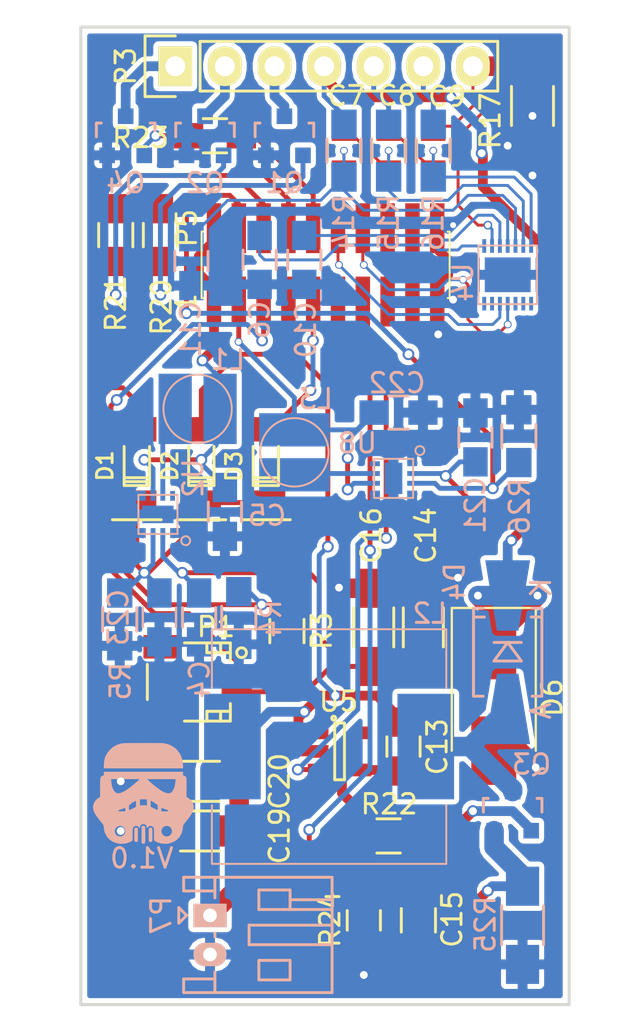
<source format=kicad_pcb>
(kicad_pcb (version 4) (host pcbnew 4.0.4-stable)
  (layers (0 F.Cu signal) (31 B.Cu signal) (34 B.Paste user) (35 F.Paste user) (36 B.SilkS user) (37 F.SilkS user) (38 B.Mask user) (39 F.Mask user) (44 Edge.Cuts user))
  (net 0 "")
  (net 1 VBAT3)
  (net 2 GND)
  (net 3 +3V3)
  (net 4 "Net-(C6-Pad1)")
  (net 5 "Net-(C11-Pad1)")
  (net 6 "Net-(C7-Pad2)")
  (net 7 "Net-(C8-Pad2)")
  (net 8 VBAT0)
  (net 9 "Net-(C10-Pad1)")
  (net 10 USB_5V_B)
  (net 11 CHG_CUR_B)
  (net 12 +5V)
  (net 13 BTN_B)
  (net 14 PWR_LATCH_B)
  (net 15 "Net-(D4-Pad2)")
  (net 16 "Net-(L1-Pad1)")
  (net 17 "Net-(L3-Pad1)")
  (net 18 LED_B)
  (net 19 LED_G)
  (net 20 LED_R)
  (net 21 VBAT2)
  (net 22 VBAT1)
  (net 23 AUDIO_EN_B)
  (net 24 LED_PWM_R_B)
  (net 25 LED_PWM_G_B)
  (net 26 LED_PWM_B_B)
  (net 27 I2C1_SDA_B)
  (net 28 CHG_PWM_B)
  (net 29 I2C1_SCL_B)
  (net 30 "Net-(P5-Pad15)")
  (net 31 "Net-(P5-Pad16)")
  (net 32 "Net-(P5-Pad17)")
  (net 33 "Net-(P5-Pad18)")
  (net 34 "Net-(Q1-Pad1)")
  (net 35 "Net-(Q2-Pad1)")
  (net 36 "Net-(Q3-Pad1)")
  (net 37 "Net-(Q3-Pad2)")
  (net 38 "Net-(Q4-Pad1)")
  (net 39 "Net-(R22-Pad2)")
  (net 40 "Net-(U2-Pad8)")
  (net 41 "Net-(U4-Pad8)")
  (net 42 "Net-(U4-Pad9)")
  (net 43 "Net-(U4-Pad10)")
  (net 44 "Net-(U4-Pad13)")
  (net 45 "Net-(U4-Pad14)")
  (net 46 "Net-(U8-Pad8)")
  (net 47 "Net-(C23-Pad1)")
  (net 48 BTN_RAW)
  (net 49 "Net-(U5-Pad1)")
  (module kicad2:WSON8 (layer B.Cu) (at 81.915 57.4675 90)
    (fp_text reference U2 (at 1.8542 1.8034 90) (layer B.SilkS) (effects (justify mirror)))
    (fp_text value TPS62172)
    (pad 9 smd rect (at 0 0 90) (size 0.9 1.6) (layers B.Cu B.Paste B.Mask) (net 2 GND))
    (pad 1 smd rect (at -0.95 0.75 90) (size 0.5 0.25) (layers B.Cu B.Paste B.Mask) (net 2 GND))
    (pad 2 smd rect (at -0.95 0.25 90) (size 0.5 0.25) (layers B.Cu B.Paste B.Mask) (net 1 VBAT3))
    (pad 3 smd rect (at -0.95 -0.25 90) (size 0.5 0.25) (layers B.Cu B.Paste B.Mask) (net 47 "Net-(C23-Pad1)"))
    (pad 4 smd rect (at -0.95 -0.75 90) (size 0.5 0.25) (layers B.Cu B.Paste B.Mask) (net 2 GND))
    (pad 5 smd rect (at 0.95 -0.75 90) (size 0.5 0.25) (layers B.Cu B.Paste B.Mask) (net 2 GND))
    (pad 6 smd rect (at 0.95 -0.25 90) (size 0.5 0.25) (layers B.Cu B.Paste B.Mask) (net 3 +3V3))
    (pad 7 smd rect (at 0.95 0.25 90) (size 0.5 0.25) (layers B.Cu B.Paste B.Mask) (net 16 "Net-(L1-Pad1)"))
    (pad 8 smd rect (at 0.95 0.75 90) (size 0.5 0.25) (layers B.Cu B.Paste B.Mask) (net 40 "Net-(U2-Pad8)"))
  )
  (module kicad2:CD127 (layer B.Cu) (at 90.678 69.342 90)
    (fp_text reference L2 (at 6.8072 5.1562 180) (layer B.SilkS) (effects (justify mirror)))
    (fp_text value 22uH)
    (pad 1 smd rect (at 0 4.95 90) (size 5.4 2.9) (layers B.Cu B.Paste B.Mask) (net 15 "Net-(D4-Pad2)"))
    (pad 2 smd rect (at 0 -4.95 90) (size 5.4 2.9) (layers B.Cu B.Paste B.Mask) (net 10 USB_5V_B))
  )
  (module Capacitors_SMD:C_0805_HandSoldering (layer B.Cu) (at 84.0232 62.738 270)
    (fp_text reference C4 (at 3.175 -0.0254 270) (layer B.SilkS) (effects (justify mirror)))
    (fp_text value 10uF)
    (pad 1 smd rect (at -1.25 0 270) (size 1.5 1.25) (layers B.Cu B.Paste B.Mask) (net 1 VBAT3))
    (pad 2 smd rect (at 1.25 0 270) (size 1.5 1.25) (layers B.Cu B.Paste B.Mask) (net 2 GND))
  )
  (module Capacitors_SMD:C_0805_HandSoldering (layer B.Cu) (at 85.344 57.3405 270)
    (fp_text reference C5 (at 0.1905 -2.159 360) (layer B.SilkS) (effects (justify mirror)))
    (fp_text value 22uF)
    (pad 1 smd rect (at -1.25 0 270) (size 1.5 1.25) (layers B.Cu B.Paste B.Mask) (net 3 +3V3))
    (pad 2 smd rect (at 1.25 0 270) (size 1.5 1.25) (layers B.Cu B.Paste B.Mask) (net 2 GND))
  )
  (module Capacitors_SMD:C_0805_HandSoldering (layer B.Cu) (at 87.122 44.45 270)
    (fp_text reference C6 (at 3.0734 0 270) (layer B.SilkS) (effects (justify mirror)))
    (fp_text value 0.47uF)
    (pad 1 smd rect (at -1.25 0 270) (size 1.5 1.25) (layers B.Cu B.Paste B.Mask) (net 4 "Net-(C6-Pad1)"))
    (pad 2 smd rect (at 1.25 0 270) (size 1.5 1.25) (layers B.Cu B.Paste B.Mask) (net 2 GND))
  )
  (module Capacitors_SMD:C_0805_HandSoldering (layer F.Cu) (at 91.44 38.862 90)
    (fp_text reference C7 (at 2.794 0.127 180) (layer F.SilkS))
    (fp_text value 1nF)
    (pad 1 smd rect (at -1.25 0 90) (size 1.5 1.25) (layers F.Cu F.Paste F.Mask) (net 5 "Net-(C11-Pad1)"))
    (pad 2 smd rect (at 1.25 0 90) (size 1.5 1.25) (layers F.Cu F.Paste F.Mask) (net 6 "Net-(C7-Pad2)"))
  )
  (module Capacitors_SMD:C_0805_HandSoldering (layer F.Cu) (at 93.726 38.862 90)
    (fp_text reference C8 (at 2.8194 0.4318 180) (layer F.SilkS))
    (fp_text value 1nF)
    (pad 1 smd rect (at -1.25 0 90) (size 1.5 1.25) (layers F.Cu F.Paste F.Mask) (net 6 "Net-(C7-Pad2)"))
    (pad 2 smd rect (at 1.25 0 90) (size 1.5 1.25) (layers F.Cu F.Paste F.Mask) (net 7 "Net-(C8-Pad2)"))
  )
  (module Capacitors_SMD:C_0805_HandSoldering (layer F.Cu) (at 96.012 38.862 90)
    (fp_text reference C9 (at 2.7686 0.7112 180) (layer F.SilkS))
    (fp_text value 1nF)
    (pad 1 smd rect (at -1.25 0 90) (size 1.5 1.25) (layers F.Cu F.Paste F.Mask) (net 7 "Net-(C8-Pad2)"))
    (pad 2 smd rect (at 1.25 0 90) (size 1.5 1.25) (layers F.Cu F.Paste F.Mask) (net 8 VBAT0))
  )
  (module Capacitors_SMD:C_0805_HandSoldering (layer B.Cu) (at 89.408 44.45 270)
    (fp_text reference C10 (at 3.5814 -0.0762 270) (layer B.SilkS) (effects (justify mirror)))
    (fp_text value 0.47uF)
    (pad 1 smd rect (at -1.25 0 270) (size 1.5 1.25) (layers B.Cu B.Paste B.Mask) (net 9 "Net-(C10-Pad1)"))
    (pad 2 smd rect (at 1.25 0 270) (size 1.5 1.25) (layers B.Cu B.Paste B.Mask) (net 2 GND))
  )
  (module Capacitors_SMD:C_0805_HandSoldering (layer B.Cu) (at 83.6295 44.5135 270)
    (fp_text reference C11 (at 3.4925 0.0381 270) (layer B.SilkS) (effects (justify mirror)))
    (fp_text value 0.1uF)
    (pad 1 smd rect (at -1.25 0 270) (size 1.5 1.25) (layers B.Cu B.Paste B.Mask) (net 5 "Net-(C11-Pad1)"))
    (pad 2 smd rect (at 1.25 0 270) (size 1.5 1.25) (layers B.Cu B.Paste B.Mask) (net 2 GND))
  )
  (module Capacitors_SMD:C_0805_HandSoldering (layer F.Cu) (at 94.488 69.342 270)
    (fp_text reference C13 (at 0.0127 -1.7272 270) (layer F.SilkS))
    (fp_text value 100nF)
    (pad 1 smd rect (at -1.25 0 270) (size 1.5 1.25) (layers F.Cu F.Paste F.Mask) (net 10 USB_5V_B))
    (pad 2 smd rect (at 1.25 0 270) (size 1.5 1.25) (layers F.Cu F.Paste F.Mask) (net 2 GND))
  )
  (module Capacitors_SMD:C_1206_HandSoldering (layer F.Cu) (at 95.504 63.246 90)
    (fp_text reference C14 (at 4.699 0.127 90) (layer F.SilkS))
    (fp_text value 100uF)
    (pad 1 smd rect (at -2 0 90) (size 2 1.6) (layers F.Cu F.Paste F.Mask) (net 1 VBAT3))
    (pad 2 smd rect (at 2 0 90) (size 2 1.6) (layers F.Cu F.Paste F.Mask) (net 2 GND))
  )
  (module Capacitors_SMD:C_0805_HandSoldering (layer F.Cu) (at 92.456 78.232 270)
    (fp_text reference C15 (at -0.0508 -4.5212 270) (layer F.SilkS))
    (fp_text value 100nF)
    (pad 1 smd rect (at -1.25 0 270) (size 1.5 1.25) (layers F.Cu F.Paste F.Mask) (net 11 CHG_CUR_B))
    (pad 2 smd rect (at 1.25 0 270) (size 1.5 1.25) (layers F.Cu F.Paste F.Mask) (net 2 GND))
  )
  (module Capacitors_SMD:C_1206_HandSoldering (layer F.Cu) (at 92.964 63.246 90)
    (fp_text reference C16 (at 4.699 -0.127 90) (layer F.SilkS))
    (fp_text value 100uF)
    (pad 1 smd rect (at -2 0 90) (size 2 1.6) (layers F.Cu F.Paste F.Mask) (net 1 VBAT3))
    (pad 2 smd rect (at 2 0 90) (size 2 1.6) (layers F.Cu F.Paste F.Mask) (net 2 GND))
  )
  (module Capacitors_SMD:C_1206_HandSoldering (layer F.Cu) (at 84.074 73.66 180)
    (fp_text reference C19 (at -4.064 -0.254 270) (layer F.SilkS))
    (fp_text value 100uF)
    (pad 1 smd rect (at -2 0 180) (size 2 1.6) (layers F.Cu F.Paste F.Mask) (net 10 USB_5V_B))
    (pad 2 smd rect (at 2 0 180) (size 2 1.6) (layers F.Cu F.Paste F.Mask) (net 2 GND))
  )
  (module Capacitors_SMD:C_1206_HandSoldering (layer F.Cu) (at 84.074 71.12 180)
    (fp_text reference C20 (at -4.064 0 270) (layer F.SilkS))
    (fp_text value 100uF)
    (pad 1 smd rect (at -2 0 180) (size 2 1.6) (layers F.Cu F.Paste F.Mask) (net 10 USB_5V_B))
    (pad 2 smd rect (at 2 0 180) (size 2 1.6) (layers F.Cu F.Paste F.Mask) (net 2 GND))
  )
  (module Capacitors_SMD:C_0805_HandSoldering (layer B.Cu) (at 98.171 53.5305 90)
    (fp_text reference C21 (at -3.4671 0 90) (layer B.SilkS) (effects (justify mirror)))
    (fp_text value 10uF)
    (pad 1 smd rect (at -1.25 0 90) (size 1.5 1.25) (layers B.Cu B.Paste B.Mask) (net 1 VBAT3))
    (pad 2 smd rect (at 1.25 0 90) (size 1.5 1.25) (layers B.Cu B.Paste B.Mask) (net 2 GND))
  )
  (module Capacitors_SMD:C_0805_HandSoldering (layer B.Cu) (at 94.234 52.2605)
    (fp_text reference C22 (at -0.0762 -1.5113) (layer B.SilkS) (effects (justify mirror)))
    (fp_text value 22uF)
    (pad 1 smd rect (at -1.25 0) (size 1.5 1.25) (layers B.Cu B.Paste B.Mask) (net 12 +5V))
    (pad 2 smd rect (at 1.25 0) (size 1.5 1.25) (layers B.Cu B.Paste B.Mask) (net 2 GND))
  )
  (module Diodes_SMD:SMA-SMB_Universal_Handsoldering (layer B.Cu) (at 99.822 64.516 270)
    (fp_text reference D4 (at -3.6068 2.7178 270) (layer B.SilkS) (effects (justify mirror)))
    (fp_text value SS34)
    (fp_text user K (at -3.3 -1.7 270) (layer B.SilkS) (effects (justify mirror)))
    (fp_text user A (at 2.99974 -1.69926 270) (layer B.SilkS) (effects (justify mirror)))
    (pad 1 smd trapezoid (at -2.90068 0 270) (size 3.60172 1.69926) (rect_delta 0.59944 0) (layers B.Cu B.Paste B.Mask) (net 1 VBAT3))
    (pad 2 smd trapezoid (at 2.90068 0 90) (size 3.60172 1.69926) (rect_delta 0.59944 0) (layers B.Cu B.Paste B.Mask) (net 15 "Net-(D4-Pad2)"))
  )
  (module kicad2:CD32 (layer B.Cu) (at 83.947 52.07 90)
    (fp_text reference L1 (at 2.5146 1.5494 180) (layer B.SilkS) (effects (justify mirror)))
    (fp_text value 3.3uH)
    (pad 1 smd rect (at 0 -1.15 90) (size 3.6 1.7) (layers B.Cu B.Paste B.Mask) (net 16 "Net-(L1-Pad1)"))
    (pad 2 smd rect (at 0 1.15 90) (size 3.6 1.7) (layers B.Cu B.Paste B.Mask) (net 3 +3V3))
  )
  (module kicad2:CD32 (layer B.Cu) (at 88.9 54.2925 180)
    (fp_text reference L3 (at -1.0922 2.7305 180) (layer B.SilkS) (effects (justify mirror)))
    (fp_text value 3.3uH)
    (pad 1 smd rect (at 0 -1.15 180) (size 3.6 1.7) (layers B.Cu B.Paste B.Mask) (net 17 "Net-(L3-Pad1)"))
    (pad 2 smd rect (at 0 1.15 180) (size 3.6 1.7) (layers B.Cu B.Paste B.Mask) (net 12 +5V))
  )
  (module kicad2:JST_SH_SM02B-SRSS-TB_02x1.00mm_Angled (layer F.Cu) (at 84.0105 66.04 270)
    (fp_text reference P1 (at -2.8194 -0.8763 360) (layer F.SilkS))
    (fp_text value BUTTON)
    (pad 1 smd rect (at -0.5 -1.9375 270) (size 0.6 1.55) (layers F.Cu F.Paste F.Mask) (net 48 BTN_RAW))
    (pad 2 smd rect (at 0.5 -1.9375 270) (size 0.6 1.55) (layers F.Cu F.Paste F.Mask) (net 1 VBAT3))
    (pad "" smd rect (at -1.8 1.9375 270) (size 1.2 1.8) (layers F.Cu F.Paste F.Mask))
    (pad "" smd rect (at 1.8 1.9375 270) (size 1.2 1.8) (layers F.Cu F.Paste F.Mask))
  )
  (module Pin_Headers:Pin_Header_Straight_1x07 (layer F.Cu) (at 82.804 34.544 90)
    (fp_text reference P3 (at 0 -2.54 90) (layer F.SilkS))
    (fp_text value MAIN_CON)
    (pad 1 thru_hole rect (at 0 0 90) (size 2.032 1.7272) (drill 1.016) (layers *.Cu *.Mask F.SilkS) (net 18 LED_B))
    (pad 2 thru_hole oval (at 0 2.54 90) (size 2.032 1.7272) (drill 1.016) (layers *.Cu *.Mask F.SilkS) (net 19 LED_G))
    (pad 3 thru_hole oval (at 0 5.08 90) (size 2.032 1.7272) (drill 1.016) (layers *.Cu *.Mask F.SilkS) (net 20 LED_R))
    (pad 4 thru_hole oval (at 0 7.62 90) (size 2.032 1.7272) (drill 1.016) (layers *.Cu *.Mask F.SilkS) (net 1 VBAT3))
    (pad 5 thru_hole oval (at 0 10.16 90) (size 2.032 1.7272) (drill 1.016) (layers *.Cu *.Mask F.SilkS) (net 21 VBAT2))
    (pad 6 thru_hole oval (at 0 12.7 90) (size 2.032 1.7272) (drill 1.016) (layers *.Cu *.Mask F.SilkS) (net 22 VBAT1))
    (pad 7 thru_hole oval (at 0 15.24 90) (size 2.032 1.7272) (drill 1.016) (layers *.Cu *.Mask F.SilkS) (net 8 VBAT0))
  )
  (module kicad2:JST_PH_S2B-PH-K_02x2.00mm_Angled (layer B.Cu) (at 84.582 77.978 270)
    (fp_text reference P7 (at 0 2.5 270) (layer B.SilkS) (effects (justify mirror)))
    (fp_text value USB_POWER)
    (pad 1 thru_hole rect (at 0 0 270) (size 1.2 1.7) (drill 0.7) (layers *.Cu *.Mask B.SilkS) (net 10 USB_5V_B))
    (pad 2 thru_hole oval (at 2 0 270) (size 1.2 1.7) (drill 0.7) (layers *.Cu *.Mask B.SilkS) (net 2 GND))
  )
  (module TO_SOT_Packages_SMD:SOT-23 (layer B.Cu) (at 88.392 38.1 180)
    (fp_text reference Q1 (at 0 -2.413 180) (layer B.SilkS) (effects (justify mirror)))
    (fp_text value IRFML8244TRPbF)
    (pad 1 smd rect (at -0.95 -1.00076 180) (size 0.8001 0.8001) (layers B.Cu B.Paste B.Mask) (net 34 "Net-(Q1-Pad1)"))
    (pad 2 smd rect (at 0.95 -1.00076 180) (size 0.8001 0.8001) (layers B.Cu B.Paste B.Mask) (net 2 GND))
    (pad 3 smd rect (at 0 0.99822 180) (size 0.8001 0.8001) (layers B.Cu B.Paste B.Mask) (net 20 LED_R))
  )
  (module TO_SOT_Packages_SMD:SOT-23 (layer B.Cu) (at 84.328 38.1 180)
    (fp_text reference Q2 (at 0 -2.413 180) (layer B.SilkS) (effects (justify mirror)))
    (fp_text value IRFML8244TRPbF)
    (pad 1 smd rect (at -0.95 -1.00076 180) (size 0.8001 0.8001) (layers B.Cu B.Paste B.Mask) (net 35 "Net-(Q2-Pad1)"))
    (pad 2 smd rect (at 0.95 -1.00076 180) (size 0.8001 0.8001) (layers B.Cu B.Paste B.Mask) (net 2 GND))
    (pad 3 smd rect (at 0 0.99822 180) (size 0.8001 0.8001) (layers B.Cu B.Paste B.Mask) (net 19 LED_G))
  )
  (module TO_SOT_Packages_SMD:SOT-23 (layer B.Cu) (at 100.076 72.644 180)
    (fp_text reference Q3 (at -0.9652 2.3876 180) (layer B.SilkS) (effects (justify mirror)))
    (fp_text value IRFML8244TRPbF)
    (pad 1 smd rect (at -0.95 -1.00076 180) (size 0.8001 0.8001) (layers B.Cu B.Paste B.Mask) (net 36 "Net-(Q3-Pad1)"))
    (pad 2 smd rect (at 0.95 -1.00076 180) (size 0.8001 0.8001) (layers B.Cu B.Paste B.Mask) (net 37 "Net-(Q3-Pad2)"))
    (pad 3 smd rect (at 0 0.99822 180) (size 0.8001 0.8001) (layers B.Cu B.Paste B.Mask) (net 15 "Net-(D4-Pad2)"))
  )
  (module TO_SOT_Packages_SMD:SOT-23 (layer B.Cu) (at 80.264 38.1 180)
    (fp_text reference Q4 (at 0 -2.413 180) (layer B.SilkS) (effects (justify mirror)))
    (fp_text value IRFML8244TRPbF)
    (pad 1 smd rect (at -0.95 -1.00076 180) (size 0.8001 0.8001) (layers B.Cu B.Paste B.Mask) (net 38 "Net-(Q4-Pad1)"))
    (pad 2 smd rect (at 0.95 -1.00076 180) (size 0.8001 0.8001) (layers B.Cu B.Paste B.Mask) (net 2 GND))
    (pad 3 smd rect (at 0 0.99822 180) (size 0.8001 0.8001) (layers B.Cu B.Paste B.Mask) (net 18 LED_B))
  )
  (module Resistors_SMD:R_0805_HandSoldering (layer F.Cu) (at 88.519 63.4365 270)
    (fp_text reference R3 (at -0.0127 -1.778 270) (layer F.SilkS))
    (fp_text value 30K)
    (pad 1 smd rect (at -1.35 0 270) (size 1.5 1.3) (layers F.Cu F.Paste F.Mask) (net 13 BTN_B))
    (pad 2 smd rect (at 1.35 0 270) (size 1.5 1.3) (layers F.Cu F.Paste F.Mask) (net 48 BTN_RAW))
  )
  (module Resistors_SMD:R_0805_HandSoldering (layer B.Cu) (at 86.0552 62.7672 270)
    (fp_text reference R4 (at 0.0381 -1.651 270) (layer B.SilkS) (effects (justify mirror)))
    (fp_text value 10K)
    (pad 1 smd rect (at -1.35 0 270) (size 1.5 1.3) (layers B.Cu B.Paste B.Mask) (net 13 BTN_B))
    (pad 2 smd rect (at 1.35 0 270) (size 1.5 1.3) (layers B.Cu B.Paste B.Mask) (net 2 GND))
  )
  (module Resistors_SMD:R_0805_HandSoldering (layer B.Cu) (at 79.9592 62.8396 270)
    (fp_text reference R5 (at 3.1623 -0.0381 270) (layer B.SilkS) (effects (justify mirror)))
    (fp_text value 47K)
    (pad 1 smd rect (at -1.35 0 270) (size 1.5 1.3) (layers B.Cu B.Paste B.Mask) (net 47 "Net-(C23-Pad1)"))
    (pad 2 smd rect (at 1.35 0 270) (size 1.5 1.3) (layers B.Cu B.Paste B.Mask) (net 2 GND))
  )
  (module Resistors_SMD:R_0805_HandSoldering (layer B.Cu) (at 91.44 38.862 90)
    (fp_text reference R14 (at -3.683 0 90) (layer B.SilkS) (effects (justify mirror)))
    (fp_text value 10R)
    (pad 1 smd rect (at -1.35 0 90) (size 1.5 1.3) (layers B.Cu B.Paste B.Mask) (net 5 "Net-(C11-Pad1)"))
    (pad 2 smd rect (at 1.35 0 90) (size 1.5 1.3) (layers B.Cu B.Paste B.Mask) (net 1 VBAT3))
  )
  (module Resistors_SMD:R_0805_HandSoldering (layer B.Cu) (at 93.726 38.862 90)
    (fp_text reference R15 (at -3.683 0 90) (layer B.SilkS) (effects (justify mirror)))
    (fp_text value 100R)
    (pad 1 smd rect (at -1.35 0 90) (size 1.5 1.3) (layers B.Cu B.Paste B.Mask) (net 6 "Net-(C7-Pad2)"))
    (pad 2 smd rect (at 1.35 0 90) (size 1.5 1.3) (layers B.Cu B.Paste B.Mask) (net 21 VBAT2))
  )
  (module Resistors_SMD:R_0805_HandSoldering (layer B.Cu) (at 96.012 38.862 90)
    (fp_text reference R16 (at -3.683 0 90) (layer B.SilkS) (effects (justify mirror)))
    (fp_text value 100R)
    (pad 1 smd rect (at -1.35 0 90) (size 1.5 1.3) (layers B.Cu B.Paste B.Mask) (net 7 "Net-(C8-Pad2)"))
    (pad 2 smd rect (at 1.35 0 90) (size 1.5 1.3) (layers B.Cu B.Paste B.Mask) (net 22 VBAT1))
  )
  (module Resistors_SMD:R_1206_HandSoldering (layer F.Cu) (at 101.092 36.576 90)
    (fp_text reference R17 (at -0.762 -2.159 90) (layer F.SilkS))
    (fp_text value .01R)
    (pad 1 smd rect (at -2 0 90) (size 2 1.7) (layers F.Cu F.Paste F.Mask) (net 2 GND))
    (pad 2 smd rect (at 2 0 90) (size 2 1.7) (layers F.Cu F.Paste F.Mask) (net 8 VBAT0))
  )
  (module Resistors_SMD:R_0805_HandSoldering (layer F.Cu) (at 82.042 43.18 270)
    (fp_text reference R20 (at 3.683 -0.0508 450) (layer F.SilkS))
    (fp_text value 100R)
    (pad 1 smd rect (at -1.35 0 270) (size 1.5 1.3) (layers F.Cu F.Paste F.Mask) (net 24 LED_PWM_R_B))
    (pad 2 smd rect (at 1.35 0 270) (size 1.5 1.3) (layers F.Cu F.Paste F.Mask) (net 34 "Net-(Q1-Pad1)"))
  )
  (module Resistors_SMD:R_0805_HandSoldering (layer F.Cu) (at 79.756 43.18 270)
    (fp_text reference R21 (at 3.5052 0 450) (layer F.SilkS))
    (fp_text value 100R)
    (pad 1 smd rect (at -1.35 0 270) (size 1.5 1.3) (layers F.Cu F.Paste F.Mask) (net 25 LED_PWM_G_B))
    (pad 2 smd rect (at 1.35 0 270) (size 1.5 1.3) (layers F.Cu F.Paste F.Mask) (net 35 "Net-(Q2-Pad1)"))
  )
  (module Resistors_SMD:R_0805_HandSoldering (layer F.Cu) (at 93.726 73.914 180)
    (fp_text reference R22 (at -0.0254 1.6256 180) (layer F.SilkS))
    (fp_text value 10R)
    (pad 1 smd rect (at -1.35 0 180) (size 1.5 1.3) (layers F.Cu F.Paste F.Mask) (net 36 "Net-(Q3-Pad1)"))
    (pad 2 smd rect (at 1.35 0 180) (size 1.5 1.3) (layers F.Cu F.Paste F.Mask) (net 39 "Net-(R22-Pad2)"))
  )
  (module Resistors_SMD:R_0805_HandSoldering (layer F.Cu) (at 84.836 38.1 180)
    (fp_text reference R23 (at 3.81 -0.1016 180) (layer F.SilkS))
    (fp_text value 100R)
    (pad 1 smd rect (at -1.35 0 180) (size 1.5 1.3) (layers F.Cu F.Paste F.Mask) (net 26 LED_PWM_B_B))
    (pad 2 smd rect (at 1.35 0 180) (size 1.5 1.3) (layers F.Cu F.Paste F.Mask) (net 38 "Net-(Q4-Pad1)"))
  )
  (module Resistors_SMD:R_0805_HandSoldering (layer F.Cu) (at 95.25 78.232 90)
    (fp_text reference R24 (at 0.0508 -4.5212 90) (layer F.SilkS))
    (fp_text value 47K)
    (pad 1 smd rect (at -1.35 0 90) (size 1.5 1.3) (layers F.Cu F.Paste F.Mask) (net 37 "Net-(Q3-Pad2)"))
    (pad 2 smd rect (at 1.35 0 90) (size 1.5 1.3) (layers F.Cu F.Paste F.Mask) (net 11 CHG_CUR_B))
  )
  (module Resistors_SMD:R_1206_HandSoldering (layer B.Cu) (at 100.584 78.486 90)
    (fp_text reference R25 (at 0.0508 -1.905 90) (layer B.SilkS) (effects (justify mirror)))
    (fp_text value .05R)
    (pad 1 smd rect (at -2 0 90) (size 2 1.7) (layers B.Cu B.Paste B.Mask) (net 2 GND))
    (pad 2 smd rect (at 2 0 90) (size 2 1.7) (layers B.Cu B.Paste B.Mask) (net 37 "Net-(Q3-Pad2)"))
  )
  (module Resistors_SMD:R_0805_HandSoldering (layer B.Cu) (at 100.3935 53.467 90)
    (fp_text reference R26 (at -3.5814 0.0381 90) (layer B.SilkS) (effects (justify mirror)))
    (fp_text value 47K)
    (pad 1 smd rect (at -1.35 0 90) (size 1.5 1.3) (layers B.Cu B.Paste B.Mask) (net 23 AUDIO_EN_B))
    (pad 2 smd rect (at 1.35 0 90) (size 1.5 1.3) (layers B.Cu B.Paste B.Mask) (net 2 GND))
  )
  (module kicad2:TDFN-14-1EP_3x3mm_Pitch0.4mm (layer B.Cu) (at 99.822 45.212 270)
    (fp_text reference U4 (at 0.381 2.288 270) (layer B.SilkS) (effects (justify mirror)))
    (fp_text value MAX17205)
    (pad 1 smd rect (at -1.475 1.2 270) (size 0.7 0.2) (layers B.Cu B.Paste B.Mask) (net 4 "Net-(C6-Pad1)"))
    (pad 2 smd rect (at -1.475 0.8 270) (size 0.7 0.2) (layers B.Cu B.Paste B.Mask) (net 8 VBAT0))
    (pad 3 smd rect (at -1.475 0.4 270) (size 0.7 0.2) (layers B.Cu B.Paste B.Mask) (net 9 "Net-(C10-Pad1)"))
    (pad 4 smd rect (at -1.475 0 270) (size 0.7 0.2) (layers B.Cu B.Paste B.Mask) (net 2 GND))
    (pad 5 smd rect (at -1.475 -0.4 270) (size 0.7 0.2) (layers B.Cu B.Paste B.Mask) (net 5 "Net-(C11-Pad1)"))
    (pad 6 smd rect (at -1.475 -0.8 270) (size 0.7 0.2) (layers B.Cu B.Paste B.Mask) (net 6 "Net-(C7-Pad2)"))
    (pad 7 smd rect (at -1.475 -1.2 270) (size 0.7 0.2) (layers B.Cu B.Paste B.Mask) (net 7 "Net-(C8-Pad2)"))
    (pad 8 smd rect (at 1.475 -1.2 270) (size 0.7 0.2) (layers B.Cu B.Paste B.Mask) (net 41 "Net-(U4-Pad8)"))
    (pad 9 smd rect (at 1.475 -0.8 270) (size 0.7 0.2) (layers B.Cu B.Paste B.Mask) (net 42 "Net-(U4-Pad9)"))
    (pad 10 smd rect (at 1.475 -0.4 270) (size 0.7 0.2) (layers B.Cu B.Paste B.Mask) (net 43 "Net-(U4-Pad10)"))
    (pad 11 smd rect (at 1.475 0 270) (size 0.7 0.2) (layers B.Cu B.Paste B.Mask) (net 29 I2C1_SCL_B))
    (pad 12 smd rect (at 1.475 0.4 270) (size 0.7 0.2) (layers B.Cu B.Paste B.Mask) (net 27 I2C1_SDA_B))
    (pad 13 smd rect (at 1.475 0.8 270) (size 0.7 0.2) (layers B.Cu B.Paste B.Mask) (net 44 "Net-(U4-Pad13)"))
    (pad 14 smd rect (at 1.475 1.2 270) (size 0.7 0.2) (layers B.Cu B.Paste B.Mask) (net 45 "Net-(U4-Pad14)"))
    (pad 15 smd rect (at 0 0 270) (size 1.78 2.35) (layers B.Cu B.Paste B.Mask) (net 2 GND))
  )
  (module TO_SOT_Packages_SMD:SOT-23-5 (layer F.Cu) (at 91.21648 69.59092)
    (fp_text reference U5 (at -0.05 -2.55) (layer F.SilkS))
    (fp_text value MCP1416)
    (pad 1 smd rect (at -1.1 -0.95) (size 1.06 0.65) (layers F.Cu F.Paste F.Mask) (net 49 "Net-(U5-Pad1)"))
    (pad 2 smd rect (at -1.1 0) (size 1.06 0.65) (layers F.Cu F.Paste F.Mask) (net 10 USB_5V_B))
    (pad 3 smd rect (at -1.1 0.95) (size 1.06 0.65) (layers F.Cu F.Paste F.Mask) (net 28 CHG_PWM_B))
    (pad 4 smd rect (at 1.1 0.95) (size 1.06 0.65) (layers F.Cu F.Paste F.Mask) (net 2 GND))
    (pad 5 smd rect (at 1.1 -0.95) (size 1.06 0.65) (layers F.Cu F.Paste F.Mask) (net 39 "Net-(R22-Pad2)"))
  )
  (module kicad2:stormtrooper (layer B.Cu) (at 81.153 71.755 180)
    (fp_text reference G*** hide)
    (fp_text value LOGO hide)
  )
  (module kicad2:WSON8 (layer B.Cu) (at 93.98 55.626 180)
    (fp_text reference U8 (at 1.8542 1.8034 180) (layer B.SilkS) (effects (justify mirror)))
    (fp_text value TPS62173)
    (pad 9 smd rect (at 0 0 180) (size 0.9 1.6) (layers B.Cu B.Paste B.Mask) (net 2 GND))
    (pad 1 smd rect (at -0.95 0.75 180) (size 0.5 0.25) (layers B.Cu B.Paste B.Mask) (net 2 GND))
    (pad 2 smd rect (at -0.95 0.25 180) (size 0.5 0.25) (layers B.Cu B.Paste B.Mask) (net 1 VBAT3))
    (pad 3 smd rect (at -0.95 -0.25 180) (size 0.5 0.25) (layers B.Cu B.Paste B.Mask) (net 23 AUDIO_EN_B))
    (pad 4 smd rect (at -0.95 -0.75 180) (size 0.5 0.25) (layers B.Cu B.Paste B.Mask) (net 2 GND))
    (pad 5 smd rect (at 0.95 -0.75 180) (size 0.5 0.25) (layers B.Cu B.Paste B.Mask) (net 2 GND))
    (pad 6 smd rect (at 0.95 -0.25 180) (size 0.5 0.25) (layers B.Cu B.Paste B.Mask) (net 12 +5V))
    (pad 7 smd rect (at 0.95 0.25 180) (size 0.5 0.25) (layers B.Cu B.Paste B.Mask) (net 17 "Net-(L3-Pad1)"))
    (pad 8 smd rect (at 0.95 0.75 180) (size 0.5 0.25) (layers B.Cu B.Paste B.Mask) (net 46 "Net-(U8-Pad8)"))
  )
  (module Capacitors_SMD:C_0805_HandSoldering (layer B.Cu) (at 81.9912 62.738 270)
    (fp_text reference C23 (at 0 2.1 270) (layer B.SilkS) (effects (justify mirror)))
    (fp_text value 1uF)
    (pad 1 smd rect (at -1.25 0 270) (size 1.5 1.25) (layers B.Cu B.Paste B.Mask) (net 47 "Net-(C23-Pad1)"))
    (pad 2 smd rect (at 1.25 0 270) (size 1.5 1.25) (layers B.Cu B.Paste B.Mask) (net 2 GND))
  )
  (module kicad2:SOD-80 (layer F.Cu) (at 80.8355 54.991 90)
    (fp_text reference D1 (at 0.00508 -1.62814 90) (layer F.SilkS) (effects (font (size 0.8 0.8))))
    (fp_text value LL4148)
    (pad 1 smd rect (at -1.875 0 90) (size 1.25 2) (layers F.Cu F.Paste F.Mask) (net 47 "Net-(C23-Pad1)"))
    (pad 2 smd rect (at 1.875 0 90) (size 1.25 2) (layers F.Cu F.Paste F.Mask) (net 48 BTN_RAW))
  )
  (module kicad2:SOD-80 (layer F.Cu) (at 84.1375 54.991 90)
    (fp_text reference D2 (at 0 -1.60782 90) (layer F.SilkS) (effects (font (size 0.8 0.8))))
    (fp_text value LL4148)
    (pad 1 smd rect (at -1.875 0 90) (size 1.25 2) (layers F.Cu F.Paste F.Mask) (net 47 "Net-(C23-Pad1)"))
    (pad 2 smd rect (at 1.875 0 90) (size 1.25 2) (layers F.Cu F.Paste F.Mask) (net 10 USB_5V_B))
  )
  (module kicad2:SOD-80 (layer F.Cu) (at 87.4395 54.991 90)
    (fp_text reference D3 (at -0.02032 -1.62814 90) (layer F.SilkS) (effects (font (size 0.8 0.8))))
    (fp_text value LL4148)
    (pad 1 smd rect (at -1.875 0 90) (size 1.25 2) (layers F.Cu F.Paste F.Mask) (net 47 "Net-(C23-Pad1)"))
    (pad 2 smd rect (at 1.875 0 90) (size 1.25 2) (layers F.Cu F.Paste F.Mask) (net 14 PWR_LATCH_B))
  )
  (module Diodes_SMD:D_SMB_Handsoldering (layer F.Cu) (at 99.1108 66.8528 270)
    (fp_text reference D6 (at -0.0127 -2.9845 270) (layer F.SilkS))
    (fp_text value "TVS 13V")
    (pad 1 smd rect (at -2.7 0 270) (size 3.5 2.3) (layers F.Cu F.Paste F.Mask) (net 1 VBAT3))
    (pad 2 smd rect (at 2.7 0 270) (size 3.5 2.3) (layers F.Cu F.Paste F.Mask) (net 2 GND))
  )
  (module kicad2:PIN_HEADER_2x10_SMD_FEMALE (layer F.Cu) (at 90.5 44.704)
    (fp_text reference P5 (at -7.112 -1.8796 90) (layer F.SilkS))
    (fp_text value CONN_02X10)
    (fp_text user 1 (at -7.1374 1.9304 270) (layer F.SilkS))
    (pad 1 smd rect (at -5.715 1.875) (size 0.74 2.55) (layers F.Cu F.Paste F.Mask) (net 3 +3V3))
    (pad 2 smd rect (at -5.715 -1.875) (size 0.74 2.55) (layers F.Cu F.Paste F.Mask) (net 3 +3V3))
    (pad 3 smd rect (at -4.445 1.875) (size 0.74 2.55) (layers F.Cu F.Paste F.Mask) (net 12 +5V))
    (pad 4 smd rect (at -4.445 -1.875) (size 0.74 2.55) (layers F.Cu F.Paste F.Mask) (net 23 AUDIO_EN_B))
    (pad 5 smd rect (at -3.175 1.875) (size 0.74 2.55) (layers F.Cu F.Paste F.Mask) (net 13 BTN_B))
    (pad 6 smd rect (at -3.175 -1.875) (size 0.74 2.55) (layers F.Cu F.Paste F.Mask) (net 24 LED_PWM_R_B))
    (pad 7 smd rect (at -1.905 1.875) (size 0.74 2.55) (layers F.Cu F.Paste F.Mask) (net 10 USB_5V_B))
    (pad 8 smd rect (at -1.905 -1.875) (size 0.74 2.55) (layers F.Cu F.Paste F.Mask) (net 25 LED_PWM_G_B))
    (pad 9 smd rect (at -0.635 1.875) (size 0.74 2.55) (layers F.Cu F.Paste F.Mask) (net 14 PWR_LATCH_B))
    (pad 10 smd rect (at -0.635 -1.875) (size 0.74 2.55) (layers F.Cu F.Paste F.Mask) (net 26 LED_PWM_B_B))
    (pad 11 smd rect (at 0.635 1.875) (size 0.74 2.55) (layers F.Cu F.Paste F.Mask) (net 11 CHG_CUR_B))
    (pad 12 smd rect (at 0.635 -1.875) (size 0.74 2.55) (layers F.Cu F.Paste F.Mask) (net 27 I2C1_SDA_B))
    (pad 13 smd rect (at 1.905 1.875) (size 0.74 2.55) (layers F.Cu F.Paste F.Mask) (net 28 CHG_PWM_B))
    (pad 14 smd rect (at 1.905 -1.875) (size 0.74 2.55) (layers F.Cu F.Paste F.Mask) (net 29 I2C1_SCL_B))
    (pad 15 smd rect (at 3.175 1.875) (size 0.74 2.55) (layers F.Cu F.Paste F.Mask) (net 30 "Net-(P5-Pad15)"))
    (pad 16 smd rect (at 3.175 -1.875) (size 0.74 2.55) (layers F.Cu F.Paste F.Mask) (net 31 "Net-(P5-Pad16)"))
    (pad 17 smd rect (at 4.445 1.875) (size 0.74 2.55) (layers F.Cu F.Paste F.Mask) (net 32 "Net-(P5-Pad17)"))
    (pad 18 smd rect (at 4.445 -1.875) (size 0.74 2.55) (layers F.Cu F.Paste F.Mask) (net 33 "Net-(P5-Pad18)"))
    (pad 19 smd rect (at 5.715 1.875) (size 0.74 2.55) (layers F.Cu F.Paste F.Mask) (net 2 GND))
    (pad 20 smd rect (at 5.715 -1.875) (size 0.74 2.55) (layers F.Cu F.Paste F.Mask) (net 2 GND))
  )
  (gr_text V1.0 (at 81.0895 75.057) (layer B.SilkS) (effects (font (size 1 1)) (justify mirror)))
  (gr_line (start 77.968 82.54) (end 102.968 82.54) (angle 90) (layer Edge.Cuts) (width 0.15))
  (gr_line (start 102.968 32.54) (end 102.968 82.54) (angle 90) (layer Edge.Cuts) (width 0.15))
  (gr_line (start 77.968 32.54) (end 77.968 82.54) (angle 90) (layer Edge.Cuts) (width 0.15))
  (gr_line (start 77.968 32.54) (end 102.968 32.54) (angle 90) (layer Edge.Cuts) (width 0.15))
  (segment (start 101.346 61.6204) (end 99.82708 61.6204) (width 1) (layer B.Cu) (net 1))
  (segment (start 99.82708 61.6204) (end 99.822 61.61532) (width 1) (layer B.Cu) (net 1))
  (segment (start 99.1108 64.1528) (end 99.1108 63.8556) (width 1) (layer F.Cu) (net 1))
  (segment (start 99.1108 63.8556) (end 101.346 61.6204) (width 1) (layer F.Cu) (net 1))
  (via (at 101.346 61.6204) (size 0.6) (drill 0.4) (layers F.Cu B.Cu) (net 1))
  (segment (start 98.298 61.6204) (end 99.81692 61.6204) (width 1) (layer B.Cu) (net 1))
  (segment (start 99.81692 61.6204) (end 99.822 61.61532) (width 1) (layer B.Cu) (net 1))
  (segment (start 99.1108 64.1528) (end 99.1108 62.4332) (width 1) (layer F.Cu) (net 1))
  (segment (start 99.1108 62.4332) (end 98.298 61.6204) (width 1) (layer F.Cu) (net 1))
  (via (at 98.298 61.6204) (size 0.6) (drill 0.4) (layers F.Cu B.Cu) (net 1))
  (segment (start 99.1108 64.1528) (end 96.5972 64.1528) (width 1) (layer F.Cu) (net 1))
  (segment (start 96.5972 64.1528) (end 95.504 65.246) (width 1) (layer F.Cu) (net 1))
  (segment (start 89.662 60.452) (end 83.1596 60.452) (width 0.25) (layer F.Cu) (net 1))
  (via (at 83.1596 60.452) (size 0.6) (drill 0.4) (layers F.Cu B.Cu) (net 1))
  (segment (start 82.165 58.4175) (end 82.165 59.6298) (width 0.25) (layer B.Cu) (net 1))
  (segment (start 82.165 59.6298) (end 83.0232 60.488) (width 0.25) (layer B.Cu) (net 1))
  (segment (start 83.0232 60.488) (end 83.1482 60.488) (width 0.25) (layer B.Cu) (net 1))
  (segment (start 83.1482 60.488) (end 84.0232 61.363) (width 0.25) (layer B.Cu) (net 1))
  (segment (start 84.0232 61.363) (end 84.0232 61.488) (width 0.25) (layer B.Cu) (net 1))
  (segment (start 98.171 54.7805) (end 97.3655 54.7805) (width 0.25) (layer B.Cu) (net 1))
  (segment (start 97.3655 54.7805) (end 96.647 55.499) (width 0.25) (layer B.Cu) (net 1))
  (segment (start 94.93 55.376) (end 96.524 55.376) (width 0.25) (layer B.Cu) (net 1))
  (segment (start 96.524 55.376) (end 96.647 55.499) (width 0.25) (layer B.Cu) (net 1))
  (segment (start 85.948 66.54) (end 89.4795 66.54) (width 0.25) (layer F.Cu) (net 1))
  (segment (start 90.7735 65.246) (end 92.964 65.246) (width 0.25) (layer F.Cu) (net 1))
  (segment (start 89.4795 66.54) (end 90.7735 65.246) (width 0.25) (layer F.Cu) (net 1))
  (segment (start 91.662 65.246) (end 90.17 63.754) (width 0.25) (layer F.Cu) (net 1))
  (segment (start 90.17 63.754) (end 90.17 60.96) (width 0.25) (layer F.Cu) (net 1))
  (segment (start 90.17 60.96) (end 89.662 60.452) (width 0.25) (layer F.Cu) (net 1))
  (segment (start 92.964 65.246) (end 91.662 65.246) (width 0.25) (layer F.Cu) (net 1))
  (segment (start 92.964 65.246) (end 92.17 65.246) (width 0.25) (layer F.Cu) (net 1))
  (segment (start 101.854 56.9595) (end 98.1075 56.9595) (width 0.25) (layer F.Cu) (net 1))
  (segment (start 96.647 55.499) (end 96.63938 55.49138) (width 0.25) (layer B.Cu) (net 1))
  (via (at 96.647 55.499) (size 0.6) (drill 0.4) (layers F.Cu B.Cu) (net 1))
  (segment (start 98.1075 56.9595) (end 96.647 55.499) (width 0.25) (layer F.Cu) (net 1))
  (segment (start 90.424 34.544) (end 90.424 35.1155) (width 0.5) (layer F.Cu) (net 1))
  (segment (start 90.424 35.1155) (end 91.44 36.1315) (width 0.5) (layer F.Cu) (net 1))
  (segment (start 99.822 58.9915) (end 99.822 61.61532) (width 0.5) (layer B.Cu) (net 1))
  (segment (start 100.0125 58.801) (end 99.822 58.9915) (width 0.5) (layer B.Cu) (net 1))
  (via (at 100.0125 58.801) (size 0.6) (drill 0.4) (layers F.Cu B.Cu) (net 1))
  (segment (start 101.854 56.9595) (end 100.0125 58.801) (width 0.5) (layer F.Cu) (net 1))
  (segment (start 101.854 44.0055) (end 101.854 56.9595) (width 0.5) (layer F.Cu) (net 1))
  (segment (start 98.552 40.7035) (end 101.854 44.0055) (width 0.5) (layer F.Cu) (net 1))
  (segment (start 98.552 39.0525) (end 98.552 40.7035) (width 0.5) (layer F.Cu) (net 1))
  (segment (start 98.4885 38.989) (end 98.552 39.0525) (width 0.5) (layer F.Cu) (net 1))
  (via (at 98.4885 38.989) (size 0.6) (drill 0.4) (layers F.Cu B.Cu) (net 1))
  (segment (start 98.4885 37.719) (end 98.4885 38.989) (width 0.5) (layer B.Cu) (net 1))
  (segment (start 96.901 36.1315) (end 98.4885 37.719) (width 0.5) (layer B.Cu) (net 1))
  (via (at 96.901 36.1315) (size 0.6) (drill 0.4) (layers F.Cu B.Cu) (net 1))
  (segment (start 91.44 36.1315) (end 96.901 36.1315) (width 0.5) (layer F.Cu) (net 1))
  (segment (start 91.44 37.512) (end 91.44 37.084) (width 0.5) (layer B.Cu) (net 1))
  (segment (start 91.44 37.084) (end 90.424 36.068) (width 0.25) (layer B.Cu) (net 1))
  (segment (start 90.424 36.068) (end 90.424 34.544) (width 0.25) (layer B.Cu) (net 1))
  (segment (start 95.504 65.246) (end 92.964 65.246) (width 1) (layer F.Cu) (net 1))
  (segment (start 95.536 65.278) (end 95.504 65.246) (width 1) (layer F.Cu) (net 1))
  (segment (start 92.31648 70.54092) (end 94.43692 70.54092) (width 0.5) (layer F.Cu) (net 2))
  (segment (start 94.43692 70.54092) (end 94.488 70.592) (width 0.5) (layer F.Cu) (net 2))
  (segment (start 99.1108 69.5528) (end 100.4011 69.5528) (width 1) (layer F.Cu) (net 2))
  (segment (start 100.4011 69.5528) (end 101.2571 70.4088) (width 1) (layer F.Cu) (net 2))
  (via (at 101.2571 70.4088) (size 0.6) (drill 0.4) (layers F.Cu B.Cu) (net 2))
  (segment (start 99.1108 69.5528) (end 95.5272 69.5528) (width 0.5) (layer F.Cu) (net 2))
  (segment (start 95.5272 69.5528) (end 94.488 70.592) (width 0.5) (layer F.Cu) (net 2))
  (segment (start 96.215 46.579) (end 96.215 45.771) (width 0.5) (layer F.Cu) (net 2))
  (segment (start 96.215 45.771) (end 96.774 45.212) (width 0.5) (layer F.Cu) (net 2))
  (segment (start 96.774 44.45) (end 96.215 43.891) (width 0.5) (layer F.Cu) (net 2))
  (segment (start 96.774 45.212) (end 96.774 44.45) (width 0.5) (layer F.Cu) (net 2))
  (segment (start 96.215 43.891) (end 96.215 42.829) (width 0.5) (layer F.Cu) (net 2))
  (segment (start 99.822 43.18) (end 99.822 43.737) (width 0.15) (layer B.Cu) (net 2))
  (segment (start 99.822 43.229) (end 99.822 43.18) (width 0.15) (layer B.Cu) (net 2))
  (segment (start 99.822 43.18) (end 99.822 41.91) (width 0.15) (layer B.Cu) (net 2))
  (segment (start 96.871 42.829) (end 96.215 42.829) (width 0.15) (layer F.Cu) (net 2))
  (segment (start 97.028 42.672) (end 96.871 42.829) (width 0.15) (layer F.Cu) (net 2))
  (via (at 97.028 42.672) (size 0.4) (drill 0.3) (layers F.Cu B.Cu) (net 2))
  (segment (start 98.044 41.656) (end 97.028 42.672) (width 0.15) (layer B.Cu) (net 2))
  (segment (start 99.568 41.656) (end 98.044 41.656) (width 0.15) (layer B.Cu) (net 2))
  (segment (start 99.822 41.91) (end 99.568 41.656) (width 0.15) (layer B.Cu) (net 2))
  (segment (start 101.092 38.576) (end 99.854 38.576) (width 0.25) (layer F.Cu) (net 2))
  (via (at 99.822 38.608) (size 0.6) (drill 0.4) (layers F.Cu B.Cu) (net 2))
  (segment (start 99.854 38.576) (end 99.822 38.608) (width 0.25) (layer F.Cu) (net 2))
  (segment (start 101.092 38.576) (end 101.092 37.084) (width 0.25) (layer F.Cu) (net 2))
  (via (at 101.092 37.084) (size 0.6) (drill 0.4) (layers F.Cu B.Cu) (net 2))
  (segment (start 101.092 38.576) (end 101.092 40.132) (width 0.25) (layer F.Cu) (net 2))
  (via (at 101.092 40.132) (size 0.6) (drill 0.4) (layers F.Cu B.Cu) (net 2))
  (segment (start 92.456 79.482) (end 92.456 81.026) (width 0.5) (layer F.Cu) (net 2))
  (via (at 92.456 81.026) (size 0.6) (drill 0.4) (layers F.Cu B.Cu) (net 2))
  (segment (start 95.504 61.246) (end 96.742 61.246) (width 1) (layer F.Cu) (net 2))
  (via (at 97.282 60.706) (size 0.6) (drill 0.4) (layers F.Cu B.Cu) (net 2))
  (segment (start 96.742 61.246) (end 97.282 60.706) (width 1) (layer F.Cu) (net 2))
  (segment (start 92.964 61.246) (end 91.218 61.246) (width 1) (layer F.Cu) (net 2))
  (via (at 91.186 61.214) (size 0.6) (drill 0.4) (layers F.Cu B.Cu) (net 2))
  (segment (start 91.218 61.246) (end 91.186 61.214) (width 1) (layer F.Cu) (net 2))
  (segment (start 92.964 61.246) (end 95.504 61.246) (width 1) (layer F.Cu) (net 2))
  (segment (start 82.074 73.66) (end 80.01 73.66) (width 1) (layer F.Cu) (net 2))
  (via (at 80.01 73.66) (size 0.6) (drill 0.4) (layers F.Cu B.Cu) (net 2))
  (segment (start 82.074 71.12) (end 80.01 71.12) (width 1) (layer F.Cu) (net 2))
  (via (at 80.01 71.12) (size 0.6) (drill 0.4) (layers F.Cu B.Cu) (net 2))
  (segment (start 82.074 71.12) (end 82.074 73.66) (width 1) (layer F.Cu) (net 2))
  (segment (start 96.215 46.579) (end 96.931 46.579) (width 0.25) (layer F.Cu) (net 2))
  (via (at 97.028 46.482) (size 0.6) (drill 0.4) (layers F.Cu B.Cu) (net 2))
  (segment (start 96.931 46.579) (end 97.028 46.482) (width 0.25) (layer F.Cu) (net 2))
  (segment (start 96.215 46.579) (end 96.215 48.209) (width 0.25) (layer F.Cu) (net 2))
  (via (at 96.266 48.26) (size 0.6) (drill 0.4) (layers F.Cu B.Cu) (net 2))
  (segment (start 96.215 48.209) (end 96.266 48.26) (width 0.25) (layer F.Cu) (net 2))
  (segment (start 81.2165 54.6735) (end 81.665 55.122) (width 0.25) (layer B.Cu) (net 3))
  (segment (start 81.665 55.122) (end 81.665 56.5175) (width 0.25) (layer B.Cu) (net 3))
  (segment (start 84.201 49.5935) (end 84.8995 50.292) (width 0.25) (layer B.Cu) (net 3))
  (segment (start 84.8995 50.292) (end 84.8995 51.8725) (width 0.25) (layer B.Cu) (net 3))
  (segment (start 84.8995 51.8725) (end 85.097 52.07) (width 0.25) (layer B.Cu) (net 3))
  (segment (start 84.1375 54.6735) (end 84.455 54.356) (width 0.25) (layer B.Cu) (net 3))
  (segment (start 84.8995 53.9115) (end 84.8995 52.2675) (width 0.25) (layer B.Cu) (net 3))
  (segment (start 84.455 54.356) (end 84.8995 53.9115) (width 0.25) (layer B.Cu) (net 3))
  (segment (start 84.8995 52.2675) (end 85.097 52.07) (width 0.25) (layer B.Cu) (net 3))
  (segment (start 84.785 46.579) (end 84.785 49.0095) (width 0.5) (layer F.Cu) (net 3))
  (segment (start 84.201 49.5935) (end 84.1445 49.65) (width 0.5) (layer B.Cu) (net 3))
  (via (at 84.201 49.5935) (size 0.6) (drill 0.4) (layers F.Cu B.Cu) (net 3))
  (segment (start 84.785 49.0095) (end 84.201 49.5935) (width 0.5) (layer F.Cu) (net 3))
  (segment (start 84.785 46.579) (end 84.785 45.923) (width 0.5) (layer F.Cu) (net 3))
  (segment (start 84.785 45.923) (end 84.0105 45.1485) (width 0.5) (layer F.Cu) (net 3))
  (segment (start 84.0105 45.1485) (end 84.0105 44.2595) (width 0.5) (layer F.Cu) (net 3))
  (segment (start 84.0105 44.2595) (end 84.785 43.485) (width 0.5) (layer F.Cu) (net 3))
  (segment (start 84.785 43.485) (end 84.785 42.829) (width 0.5) (layer F.Cu) (net 3))
  (segment (start 84.1445 54.6805) (end 84.1445 54.891) (width 0.25) (layer B.Cu) (net 3))
  (segment (start 84.1375 54.6735) (end 84.1445 54.6805) (width 0.25) (layer B.Cu) (net 3))
  (via (at 84.1375 54.6735) (size 0.6) (drill 0.4) (layers F.Cu B.Cu) (net 3))
  (segment (start 81.2165 54.6735) (end 84.1375 54.6735) (width 0.25) (layer F.Cu) (net 3))
  (via (at 81.2165 54.6735) (size 0.6) (drill 0.4) (layers F.Cu B.Cu) (net 3))
  (segment (start 81.20888 54.68112) (end 81.2165 54.6735) (width 0.25) (layer B.Cu) (net 3))
  (segment (start 84.1445 54.891) (end 85.344 56.0905) (width 0.25) (layer B.Cu) (net 3))
  (segment (start 98.622 43.737) (end 97.487 43.737) (width 0.15) (layer B.Cu) (net 4))
  (segment (start 87.122 44.196) (end 87.122 43.2) (width 0.15) (layer B.Cu) (net 4))
  (segment (start 87.376 44.45) (end 87.122 44.196) (width 0.15) (layer B.Cu) (net 4))
  (segment (start 90.424 44.45) (end 87.376 44.45) (width 0.15) (layer B.Cu) (net 4))
  (segment (start 91.186 43.688) (end 90.424 44.45) (width 0.15) (layer B.Cu) (net 4))
  (segment (start 96.012 43.688) (end 91.186 43.688) (width 0.15) (layer B.Cu) (net 4))
  (segment (start 96.266 43.942) (end 96.012 43.688) (width 0.15) (layer B.Cu) (net 4))
  (segment (start 97.282 43.942) (end 96.266 43.942) (width 0.15) (layer B.Cu) (net 4))
  (segment (start 97.487 43.737) (end 97.282 43.942) (width 0.15) (layer B.Cu) (net 4))
  (segment (start 86.106 41.402) (end 85.491 41.402) (width 0.15) (layer B.Cu) (net 5))
  (segment (start 91.44 40.212) (end 90.25 41.402) (width 0.15) (layer B.Cu) (net 5))
  (segment (start 86.106 41.402) (end 90.25 41.402) (width 0.15) (layer B.Cu) (net 5))
  (segment (start 85.491 41.402) (end 83.6295 43.2635) (width 0.15) (layer B.Cu) (net 5))
  (segment (start 100.222 43.18) (end 100.222 43.737) (width 0.15) (layer B.Cu) (net 5))
  (segment (start 91.44 40.212) (end 91.44 40.894) (width 0.15) (layer B.Cu) (net 5))
  (segment (start 91.44 40.894) (end 92.456 41.91) (width 0.15) (layer B.Cu) (net 5))
  (segment (start 100.222 41.802) (end 100.222 43.18) (width 0.15) (layer B.Cu) (net 5))
  (segment (start 100.222 43.18) (end 100.222 43.229) (width 0.15) (layer B.Cu) (net 5))
  (segment (start 99.568 41.148) (end 100.222 41.802) (width 0.15) (layer B.Cu) (net 5))
  (segment (start 97.79 41.148) (end 99.568 41.148) (width 0.15) (layer B.Cu) (net 5))
  (segment (start 97.028 41.91) (end 97.79 41.148) (width 0.15) (layer B.Cu) (net 5))
  (segment (start 92.456 41.91) (end 97.028 41.91) (width 0.15) (layer B.Cu) (net 5))
  (segment (start 91.44 40.212) (end 91.44 38.862) (width 0.15) (layer B.Cu) (net 5))
  (segment (start 91.44 38.862) (end 91.44 40.112) (width 0.15) (layer F.Cu) (net 5))
  (via (at 91.44 38.862) (size 0.4) (drill 0.3) (layers F.Cu B.Cu) (net 5))
  (segment (start 100.622 43.18) (end 100.622 43.737) (width 0.15) (layer B.Cu) (net 6))
  (segment (start 93.726 40.212) (end 93.726 40.894) (width 0.15) (layer B.Cu) (net 6))
  (segment (start 93.726 40.894) (end 94.234 41.402) (width 0.15) (layer B.Cu) (net 6))
  (segment (start 100.622 41.44) (end 100.622 43.18) (width 0.15) (layer B.Cu) (net 6))
  (segment (start 100.622 43.18) (end 100.622 43.229) (width 0.15) (layer B.Cu) (net 6))
  (segment (start 99.822 40.64) (end 100.622 41.44) (width 0.15) (layer B.Cu) (net 6))
  (segment (start 97.536 40.64) (end 99.822 40.64) (width 0.15) (layer B.Cu) (net 6))
  (segment (start 96.774 41.402) (end 97.536 40.64) (width 0.15) (layer B.Cu) (net 6))
  (segment (start 94.234 41.402) (end 96.774 41.402) (width 0.15) (layer B.Cu) (net 6))
  (segment (start 93.726 40.212) (end 93.726 40.64) (width 0.15) (layer B.Cu) (net 6))
  (segment (start 93.726 40.112) (end 93.726 39.898) (width 0.15) (layer F.Cu) (net 6))
  (segment (start 93.726 39.898) (end 91.44 37.612) (width 0.15) (layer F.Cu) (net 6))
  (segment (start 93.726 40.112) (end 93.726 38.862) (width 0.15) (layer F.Cu) (net 6))
  (segment (start 93.726 38.862) (end 93.726 40.212) (width 0.15) (layer B.Cu) (net 6))
  (via (at 93.726 38.862) (size 0.4) (drill 0.3) (layers F.Cu B.Cu) (net 6))
  (segment (start 96.012 40.112) (end 96.012 38.862) (width 0.15) (layer F.Cu) (net 7))
  (segment (start 96.012 38.862) (end 96.012 40.212) (width 0.15) (layer B.Cu) (net 7))
  (via (at 96.012 38.862) (size 0.4) (drill 0.3) (layers F.Cu B.Cu) (net 7))
  (segment (start 101.022 43.18) (end 101.022 43.737) (width 0.15) (layer B.Cu) (net 7))
  (segment (start 96.012 40.212) (end 100.156 40.212) (width 0.15) (layer B.Cu) (net 7))
  (segment (start 100.156 40.212) (end 101.022 41.078) (width 0.15) (layer B.Cu) (net 7))
  (segment (start 101.022 41.078) (end 101.022 43.18) (width 0.15) (layer B.Cu) (net 7))
  (segment (start 101.022 43.18) (end 101.022 43.229) (width 0.15) (layer B.Cu) (net 7))
  (segment (start 96.012 40.112) (end 96.012 39.898) (width 0.15) (layer F.Cu) (net 7))
  (segment (start 96.012 39.898) (end 93.726 37.612) (width 0.15) (layer F.Cu) (net 7))
  (segment (start 96.012 40.212) (end 95.932 40.212) (width 0.15) (layer B.Cu) (net 7))
  (segment (start 98.806 42.672) (end 98.298 42.672) (width 0.15) (layer F.Cu) (net 8))
  (segment (start 99.022 42.888) (end 98.806 42.672) (width 0.15) (layer B.Cu) (net 8))
  (via (at 98.806 42.672) (size 0.45) (drill 0.3) (layers F.Cu B.Cu) (net 8))
  (segment (start 99.022 43.737) (end 99.022 42.888) (width 0.15) (layer B.Cu) (net 8))
  (segment (start 97.282 38.1635) (end 100.8695 34.576) (width 0.15) (layer F.Cu) (net 8))
  (segment (start 97.282 41.656) (end 97.282 38.1635) (width 0.15) (layer F.Cu) (net 8))
  (segment (start 98.298 42.672) (end 97.282 41.656) (width 0.15) (layer F.Cu) (net 8))
  (segment (start 100.8695 34.576) (end 101.092 34.576) (width 0.15) (layer F.Cu) (net 8))
  (segment (start 101.092 35.052) (end 101.092 34.576) (width 0.15) (layer F.Cu) (net 8))
  (segment (start 96.012 37.612) (end 97.008 37.612) (width 0.15) (layer F.Cu) (net 8))
  (segment (start 98.044 36.576) (end 98.044 34.544) (width 0.15) (layer F.Cu) (net 8))
  (segment (start 97.008 37.612) (end 98.044 36.576) (width 0.15) (layer F.Cu) (net 8))
  (segment (start 100.806 34.576) (end 101.092 34.576) (width 0.15) (layer F.Cu) (net 8))
  (segment (start 98.044 34.544) (end 101.06 34.544) (width 1) (layer F.Cu) (net 8))
  (segment (start 101.06 34.544) (end 101.092 34.576) (width 1) (layer F.Cu) (net 8))
  (segment (start 99.422 43.737) (end 99.422 42.526) (width 0.15) (layer B.Cu) (net 9))
  (segment (start 96.286 43.2) (end 89.408 43.2) (width 0.15) (layer B.Cu) (net 9))
  (segment (start 96.52 43.434) (end 96.286 43.2) (width 0.15) (layer B.Cu) (net 9))
  (segment (start 97.028 43.434) (end 96.52 43.434) (width 0.15) (layer B.Cu) (net 9))
  (segment (start 98.298 42.164) (end 97.028 43.434) (width 0.15) (layer B.Cu) (net 9))
  (segment (start 99.06 42.164) (end 98.298 42.164) (width 0.15) (layer B.Cu) (net 9))
  (segment (start 99.422 42.526) (end 99.06 42.164) (width 0.15) (layer B.Cu) (net 9))
  (segment (start 89.642 43.434) (end 89.408 43.2) (width 0.15) (layer B.Cu) (net 9))
  (segment (start 89.408 67.564) (end 89.108001 67.863999) (width 0.5) (layer F.Cu) (net 10))
  (segment (start 89.108001 67.863999) (end 89.108001 69.443321) (width 0.5) (layer F.Cu) (net 10))
  (segment (start 89.108001 69.443321) (end 89.2556 69.59092) (width 0.5) (layer F.Cu) (net 10))
  (segment (start 89.2556 69.59092) (end 90.11648 69.59092) (width 0.5) (layer F.Cu) (net 10))
  (segment (start 90.9955 66.7385) (end 90.2335 66.7385) (width 0.5) (layer F.Cu) (net 10))
  (segment (start 90.2335 66.7385) (end 89.408 67.564) (width 0.5) (layer F.Cu) (net 10))
  (segment (start 94.488 68.092) (end 93.1345 66.7385) (width 0.5) (layer F.Cu) (net 10))
  (segment (start 93.1345 66.7385) (end 90.9955 66.7385) (width 0.5) (layer F.Cu) (net 10))
  (segment (start 84.1375 52.09032) (end 84.1375 53.116) (width 0.25) (layer F.Cu) (net 10))
  (segment (start 86.074 73.66) (end 86.074 71.12) (width 1) (layer F.Cu) (net 10))
  (segment (start 84.582 77.978) (end 86.106 76.454) (width 1) (layer F.Cu) (net 10))
  (segment (start 86.106 76.454) (end 86.106 73.692) (width 1) (layer F.Cu) (net 10))
  (segment (start 86.106 73.692) (end 86.074 73.66) (width 1) (layer F.Cu) (net 10))
  (segment (start 85.728 69.342) (end 85.852 69.342) (width 0.25) (layer B.Cu) (net 10))
  (segment (start 85.852 69.342) (end 87.63 67.564) (width 0.5) (layer B.Cu) (net 10))
  (segment (start 87.63 67.564) (end 89.408 67.564) (width 0.5) (layer B.Cu) (net 10))
  (via (at 89.408 67.564) (size 0.6) (drill 0.4) (layers F.Cu B.Cu) (net 10))
  (segment (start 84.582 77.978) (end 84.582 70.488) (width 1) (layer B.Cu) (net 10))
  (segment (start 84.582 70.488) (end 85.728 69.342) (width 1) (layer B.Cu) (net 10))
  (segment (start 84.582 70.488) (end 85.728 69.342) (width 0.25) (layer B.Cu) (net 10))
  (via (at 90.9955 66.7385) (size 0.6) (drill 0.4) (layers F.Cu B.Cu) (net 10))
  (segment (start 90.9955 66.7385) (end 90.17 65.913) (width 0.25) (layer B.Cu) (net 10))
  (segment (start 90.17 65.913) (end 90.17 59.563) (width 0.25) (layer B.Cu) (net 10))
  (segment (start 84.1375 52.09032) (end 84.1375 51.1175) (width 0.25) (layer F.Cu) (net 10))
  (segment (start 84.1375 51.1175) (end 85.979 49.276) (width 0.25) (layer F.Cu) (net 10))
  (segment (start 85.979 49.276) (end 88.163 49.276) (width 0.25) (layer F.Cu) (net 10))
  (segment (start 88.163 49.276) (end 88.595 48.844) (width 0.25) (layer F.Cu) (net 10))
  (segment (start 90.6145 50.8635) (end 88.595 48.844) (width 0.25) (layer F.Cu) (net 10))
  (segment (start 90.6145 59.1185) (end 90.6145 50.8635) (width 0.25) (layer F.Cu) (net 10))
  (via (at 90.6145 59.1185) (size 0.6) (drill 0.4) (layers F.Cu B.Cu) (net 10))
  (segment (start 90.17 59.563) (end 90.6145 59.1185) (width 0.25) (layer B.Cu) (net 10))
  (segment (start 88.595 48.844) (end 88.595 46.579) (width 0.25) (layer F.Cu) (net 10))
  (segment (start 92.456 76.982) (end 91.3965 76.982) (width 0.25) (layer F.Cu) (net 11))
  (segment (start 91.3965 76.982) (end 89.662 75.2475) (width 0.25) (layer F.Cu) (net 11))
  (segment (start 95.25 76.882) (end 92.556 76.882) (width 0.5) (layer F.Cu) (net 11))
  (segment (start 92.556 76.882) (end 92.456 76.982) (width 0.5) (layer F.Cu) (net 11))
  (segment (start 89.662 75.2475) (end 89.662 73.5965) (width 0.25) (layer F.Cu) (net 11))
  (via (at 89.662 73.5965) (size 0.6) (drill 0.4) (layers F.Cu B.Cu) (net 11))
  (segment (start 89.662 73.5965) (end 92.7735 70.485) (width 0.25) (layer B.Cu) (net 11))
  (segment (start 92.7735 70.485) (end 92.7735 59.309) (width 0.25) (layer B.Cu) (net 11))
  (via (at 92.7735 59.309) (size 0.6) (drill 0.4) (layers F.Cu B.Cu) (net 11))
  (segment (start 91.186 48.387) (end 91.186 46.63) (width 0.25) (layer F.Cu) (net 11))
  (segment (start 92.7735 49.9745) (end 91.186 48.387) (width 0.25) (layer F.Cu) (net 11))
  (segment (start 92.7735 59.309) (end 92.7735 49.9745) (width 0.25) (layer F.Cu) (net 11))
  (segment (start 91.186 46.63) (end 91.135 46.579) (width 0.25) (layer F.Cu) (net 11))
  (segment (start 91.62796 56.19496) (end 91.94692 55.876) (width 0.25) (layer B.Cu) (net 12))
  (segment (start 91.94692 55.876) (end 93.03 55.876) (width 0.25) (layer B.Cu) (net 12))
  (segment (start 91.62796 54.57952) (end 91.62796 56.19496) (width 0.25) (layer F.Cu) (net 12))
  (via (at 91.62796 56.19496) (size 0.6) (drill 0.4) (layers F.Cu B.Cu) (net 12))
  (segment (start 91.6305 53.6575) (end 91.6305 54.57698) (width 0.25) (layer B.Cu) (net 12))
  (segment (start 91.6305 54.57698) (end 91.62796 54.57952) (width 0.25) (layer B.Cu) (net 12))
  (via (at 91.62796 54.57952) (size 0.6) (drill 0.4) (layers F.Cu B.Cu) (net 12))
  (segment (start 88.9 53.1425) (end 88.9 51.4985) (width 0.25) (layer B.Cu) (net 12))
  (segment (start 88.9 51.4985) (end 86.0425 48.641) (width 0.25) (layer B.Cu) (net 12))
  (segment (start 91.6305 53.6575) (end 92.984 52.304) (width 0.25) (layer B.Cu) (net 12))
  (segment (start 92.984 52.304) (end 92.984 52.2605) (width 0.25) (layer B.Cu) (net 12))
  (segment (start 88.9 53.1425) (end 92.102 53.1425) (width 0.25) (layer B.Cu) (net 12))
  (segment (start 92.102 53.1425) (end 92.984 52.2605) (width 0.25) (layer B.Cu) (net 12))
  (via (at 86.0425 48.641) (size 0.4) (drill 0.3) (layers F.Cu B.Cu) (net 12))
  (segment (start 86.0425 48.641) (end 86.055 48.6285) (width 0.25) (layer F.Cu) (net 12))
  (segment (start 86.055 48.6285) (end 86.055 46.579) (width 0.25) (layer F.Cu) (net 12))
  (segment (start 87.2236 62.0776) (end 88.5101 62.0776) (width 0.25) (layer F.Cu) (net 13))
  (segment (start 88.5101 62.0776) (end 88.519 62.0865) (width 0.25) (layer F.Cu) (net 13))
  (segment (start 86.0552 61.4172) (end 86.5632 61.4172) (width 0.25) (layer B.Cu) (net 13))
  (segment (start 86.5632 61.4172) (end 87.2236 62.0776) (width 0.25) (layer B.Cu) (net 13))
  (via (at 87.2236 62.0776) (size 0.6) (drill 0.4) (layers F.Cu B.Cu) (net 13))
  (segment (start 88.519 62.0865) (end 81.939 62.0865) (width 0.25) (layer F.Cu) (net 13))
  (segment (start 81.939 62.0865) (end 81.932499 62.093001) (width 0.25) (layer F.Cu) (net 13))
  (segment (start 79.8068 51.6128) (end 79.506801 51.912799) (width 0.25) (layer F.Cu) (net 13))
  (segment (start 79.506801 51.912799) (end 79.506801 51.930803) (width 0.25) (layer F.Cu) (net 13))
  (segment (start 79.506801 51.930803) (end 79.510499 51.934501) (width 0.25) (layer F.Cu) (net 13))
  (segment (start 82.55 48.895) (end 82.5246 48.895) (width 0.25) (layer B.Cu) (net 13))
  (segment (start 82.5246 48.895) (end 79.8068 51.6128) (width 0.25) (layer B.Cu) (net 13))
  (via (at 79.8068 51.6128) (size 0.6) (drill 0.4) (layers F.Cu B.Cu) (net 13))
  (segment (start 81.932499 62.093001) (end 79.510499 59.671001) (width 0.25) (layer F.Cu) (net 13))
  (segment (start 79.510499 59.671001) (end 79.510499 51.934501) (width 0.25) (layer F.Cu) (net 13))
  (segment (start 82.55 48.895) (end 83.693 47.752) (width 0.25) (layer B.Cu) (net 13))
  (segment (start 83.693 47.752) (end 86.487 47.752) (width 0.25) (layer B.Cu) (net 13))
  (segment (start 86.487 47.752) (end 87.249 48.5775) (width 0.25) (layer B.Cu) (net 13))
  (via (at 87.249 48.5775) (size 0.6) (drill 0.4) (layers F.Cu B.Cu) (net 13))
  (segment (start 87.249 48.5775) (end 87.325 48.5015) (width 0.25) (layer F.Cu) (net 13))
  (segment (start 87.325 48.5015) (end 87.325 46.579) (width 0.25) (layer F.Cu) (net 13))
  (segment (start 89.7255 51.1175) (end 87.727 53.116) (width 0.25) (layer F.Cu) (net 14))
  (segment (start 87.727 53.116) (end 87.4395 53.116) (width 0.25) (layer F.Cu) (net 14))
  (segment (start 89.865 48.565) (end 89.865 46.579) (width 0.25) (layer F.Cu) (net 14))
  (segment (start 89.8525 48.5775) (end 89.865 48.565) (width 0.25) (layer F.Cu) (net 14))
  (via (at 89.8525 48.5775) (size 0.6) (drill 0.4) (layers F.Cu B.Cu) (net 14))
  (segment (start 89.8525 50.9905) (end 89.8525 48.5775) (width 0.25) (layer B.Cu) (net 14))
  (segment (start 89.7255 51.1175) (end 89.8525 50.9905) (width 0.25) (layer B.Cu) (net 14))
  (via (at 89.7255 51.1175) (size 0.6) (drill 0.4) (layers F.Cu B.Cu) (net 14))
  (segment (start 100.076 71.64578) (end 100.076 71.52132) (width 1) (layer B.Cu) (net 15))
  (segment (start 100.076 71.52132) (end 97.89668 69.342) (width 1) (layer B.Cu) (net 15))
  (segment (start 95.628 69.342) (end 97.89668 69.342) (width 1) (layer B.Cu) (net 15))
  (segment (start 97.89668 69.342) (end 99.822 67.41668) (width 1) (layer B.Cu) (net 15))
  (segment (start 82.165 56.5175) (end 82.165 52.702) (width 0.25) (layer B.Cu) (net 16))
  (segment (start 82.165 52.702) (end 82.797 52.07) (width 0.25) (layer B.Cu) (net 16))
  (segment (start 93.03 55.376) (end 88.9665 55.376) (width 0.25) (layer B.Cu) (net 17))
  (segment (start 88.9665 55.376) (end 88.9 55.4425) (width 0.25) (layer B.Cu) (net 17))
  (segment (start 88.94888 55.49138) (end 88.9 55.4425) (width 0.25) (layer B.Cu) (net 17))
  (segment (start 80.264 37.10178) (end 80.264 35.56) (width 0.5) (layer B.Cu) (net 18))
  (segment (start 81.28 34.544) (end 82.804 34.544) (width 0.5) (layer B.Cu) (net 18))
  (segment (start 80.264 35.56) (end 81.28 34.544) (width 0.5) (layer B.Cu) (net 18))
  (segment (start 84.328 37.10178) (end 84.328 37.084) (width 0.5) (layer B.Cu) (net 19))
  (segment (start 84.328 37.084) (end 85.344 36.068) (width 0.5) (layer B.Cu) (net 19))
  (segment (start 85.344 36.068) (end 85.344 34.544) (width 0.5) (layer B.Cu) (net 19))
  (segment (start 88.392 37.10178) (end 88.392 36.576) (width 0.5) (layer B.Cu) (net 20))
  (segment (start 87.884 36.068) (end 87.884 34.544) (width 0.5) (layer B.Cu) (net 20))
  (segment (start 88.392 36.576) (end 87.884 36.068) (width 0.5) (layer B.Cu) (net 20))
  (segment (start 93.726 37.512) (end 93.726 36.576) (width 0.25) (layer B.Cu) (net 21))
  (segment (start 92.964 35.814) (end 92.964 34.544) (width 0.25) (layer B.Cu) (net 21))
  (segment (start 93.726 36.576) (end 92.964 35.814) (width 0.25) (layer B.Cu) (net 21))
  (segment (start 96.012 37.512) (end 96.012 36.322) (width 0.25) (layer B.Cu) (net 22))
  (segment (start 95.504 35.814) (end 95.504 34.544) (width 0.25) (layer B.Cu) (net 22))
  (segment (start 96.012 36.322) (end 95.504 35.814) (width 0.25) (layer B.Cu) (net 22))
  (segment (start 86.055 42.829) (end 86.055 41.605) (width 0.25) (layer F.Cu) (net 23))
  (segment (start 86.055 41.605) (end 85.598 41.148) (width 0.25) (layer F.Cu) (net 23))
  (segment (start 85.598 41.148) (end 84.074 41.148) (width 0.25) (layer F.Cu) (net 23))
  (segment (start 84.074 41.148) (end 83.3755 41.8465) (width 0.25) (layer F.Cu) (net 23))
  (segment (start 83.3755 41.8465) (end 83.3755 47.1805) (width 0.25) (layer F.Cu) (net 23))
  (via (at 83.3755 47.1805) (size 0.6) (drill 0.4) (layers F.Cu B.Cu) (net 23))
  (segment (start 83.3755 47.1805) (end 83.3755 47.1805) (width 0.25) (layer B.Cu) (net 23))
  (segment (start 83.3755 47.1805) (end 83.693 47.1805) (width 0.25) (layer B.Cu) (net 23))
  (segment (start 83.693 47.1805) (end 92.6465 47.1805) (width 0.25) (layer B.Cu) (net 23))
  (segment (start 92.6465 47.1805) (end 94.742 49.276) (width 0.25) (layer B.Cu) (net 23))
  (via (at 94.742 49.276) (size 0.6) (drill 0.4) (layers F.Cu B.Cu) (net 23))
  (segment (start 94.742 49.276) (end 99.06 53.594) (width 0.25) (layer F.Cu) (net 23))
  (segment (start 99.06 53.594) (end 99.06 56.134) (width 0.25) (layer F.Cu) (net 23))
  (via (at 99.06 56.134) (size 0.6) (drill 0.4) (layers F.Cu B.Cu) (net 23))
  (segment (start 98.635736 56.134) (end 99.06 56.134) (width 0.25) (layer B.Cu) (net 23))
  (segment (start 99.06 56.134) (end 99.06 56.14162) (width 0.25) (layer B.Cu) (net 23))
  (segment (start 99.06 56.14162) (end 99.06888 56.14162) (width 0.25) (layer B.Cu) (net 23))
  (segment (start 96.356998 56.134) (end 98.635736 56.134) (width 0.25) (layer B.Cu) (net 23))
  (segment (start 96.098998 55.876) (end 96.356998 56.134) (width 0.25) (layer B.Cu) (net 23))
  (segment (start 94.93 55.876) (end 96.098998 55.876) (width 0.25) (layer B.Cu) (net 23))
  (segment (start 99.06888 56.14162) (end 100.3935 54.817) (width 0.25) (layer B.Cu) (net 23))
  (segment (start 86.36 40.64) (end 87.325 41.605) (width 0.25) (layer F.Cu) (net 24))
  (segment (start 87.325 41.605) (end 87.325 42.829) (width 0.25) (layer F.Cu) (net 24))
  (segment (start 83.058 40.64) (end 86.36 40.64) (width 0.25) (layer F.Cu) (net 24))
  (segment (start 82.042 41.83) (end 82.042 41.656) (width 0.25) (layer F.Cu) (net 24))
  (segment (start 82.042 41.656) (end 83.058 40.64) (width 0.25) (layer F.Cu) (net 24))
  (segment (start 88.595 41.351) (end 88.595 42.829) (width 0.25) (layer F.Cu) (net 25))
  (segment (start 87.376 40.132) (end 88.595 41.351) (width 0.25) (layer F.Cu) (net 25))
  (segment (start 80.772 40.132) (end 87.376 40.132) (width 0.25) (layer F.Cu) (net 25))
  (segment (start 79.756 41.83) (end 79.756 41.148) (width 0.25) (layer F.Cu) (net 25))
  (segment (start 79.756 41.148) (end 80.772 40.132) (width 0.25) (layer F.Cu) (net 25))
  (segment (start 89.865 41.097) (end 89.865 42.829) (width 0.25) (layer F.Cu) (net 26))
  (segment (start 86.186 38.1) (end 86.868 38.1) (width 0.25) (layer F.Cu) (net 26))
  (segment (start 86.868 38.1) (end 89.865 41.097) (width 0.25) (layer F.Cu) (net 26))
  (segment (start 91.135 42.829) (end 91.135 44.653) (width 0.15) (layer F.Cu) (net 27))
  (via (at 91.186 44.704) (size 0.4) (drill 0.3) (layers F.Cu B.Cu) (net 27))
  (segment (start 91.135 44.653) (end 91.186 44.704) (width 0.15) (layer F.Cu) (net 27))
  (segment (start 91.135 42.829) (end 91.135 43.993) (width 0.15) (layer F.Cu) (net 27))
  (segment (start 91.186 44.704) (end 93.726 47.244) (width 0.15) (layer B.Cu) (net 27))
  (segment (start 93.726 47.244) (end 96.774 47.244) (width 0.15) (layer B.Cu) (net 27))
  (segment (start 96.774 47.244) (end 97.282 47.752) (width 0.15) (layer B.Cu) (net 27))
  (segment (start 97.282 47.752) (end 99.06 47.752) (width 0.15) (layer B.Cu) (net 27))
  (segment (start 99.06 47.752) (end 99.422 47.39) (width 0.15) (layer B.Cu) (net 27))
  (segment (start 99.422 47.39) (end 99.422 46.687) (width 0.15) (layer B.Cu) (net 27))
  (segment (start 89.07272 70.52056) (end 90.09612 70.52056) (width 0.25) (layer F.Cu) (net 28))
  (segment (start 90.09612 70.52056) (end 90.11648 70.54092) (width 0.25) (layer F.Cu) (net 28))
  (segment (start 93.599 58.674) (end 92.483498 58.674) (width 0.25) (layer B.Cu) (net 28))
  (segment (start 92.483498 58.674) (end 92.148499 59.008999) (width 0.25) (layer B.Cu) (net 28))
  (segment (start 92.148499 59.008999) (end 92.148499 67.444781) (width 0.25) (layer B.Cu) (net 28))
  (segment (start 92.148499 67.444781) (end 89.07272 70.52056) (width 0.25) (layer B.Cu) (net 28))
  (via (at 89.07272 70.52056) (size 0.6) (drill 0.4) (layers F.Cu B.Cu) (net 28))
  (via (at 93.599 58.674) (size 0.6) (drill 0.4) (layers F.Cu B.Cu) (net 28))
  (segment (start 92.3925 48.4505) (end 92.3925 46.5915) (width 0.25) (layer F.Cu) (net 28))
  (segment (start 93.599 49.657) (end 92.3925 48.4505) (width 0.25) (layer F.Cu) (net 28))
  (segment (start 93.599 58.674) (end 93.599 49.657) (width 0.25) (layer F.Cu) (net 28))
  (segment (start 92.3925 46.5915) (end 92.405 46.579) (width 0.25) (layer F.Cu) (net 28))
  (segment (start 92.405 42.829) (end 92.405 44.653) (width 0.15) (layer F.Cu) (net 29))
  (via (at 92.456 44.704) (size 0.4) (drill 0.3) (layers F.Cu B.Cu) (net 29))
  (segment (start 92.405 44.653) (end 92.456 44.704) (width 0.15) (layer F.Cu) (net 29))
  (segment (start 92.456 44.704) (end 93.726 45.974) (width 0.15) (layer B.Cu) (net 29))
  (segment (start 93.726 45.974) (end 96.266 45.974) (width 0.15) (layer B.Cu) (net 29))
  (segment (start 96.266 45.974) (end 96.774 45.466) (width 0.15) (layer B.Cu) (net 29))
  (segment (start 96.774 45.466) (end 97.536 45.466) (width 0.15) (layer B.Cu) (net 29))
  (via (at 97.536 45.466) (size 0.4) (drill 0.3) (layers F.Cu B.Cu) (net 29))
  (segment (start 99.822 47.752) (end 99.822 46.687) (width 0.15) (layer B.Cu) (net 29))
  (via (at 99.822 47.752) (size 0.4) (drill 0.3) (layers F.Cu B.Cu) (net 29))
  (segment (start 99.314 48.26) (end 99.822 47.752) (width 0.15) (layer F.Cu) (net 29))
  (segment (start 98.552 48.26) (end 99.314 48.26) (width 0.15) (layer F.Cu) (net 29))
  (segment (start 97.79 47.498) (end 98.552 48.26) (width 0.15) (layer F.Cu) (net 29))
  (segment (start 97.79 45.72) (end 97.79 47.498) (width 0.15) (layer F.Cu) (net 29))
  (segment (start 97.536 45.466) (end 97.79 45.72) (width 0.15) (layer F.Cu) (net 29))
  (segment (start 89.342 39.10076) (end 89.342 40.198) (width 0.25) (layer B.Cu) (net 34))
  (segment (start 82.042 46.228) (end 82.042 44.53) (width 0.25) (layer F.Cu) (net 34))
  (via (at 82.042 46.228) (size 0.6) (drill 0.4) (layers F.Cu B.Cu) (net 34))
  (segment (start 82.042 41.656) (end 82.042 46.228) (width 0.25) (layer B.Cu) (net 34))
  (segment (start 83.058 40.64) (end 82.042 41.656) (width 0.25) (layer B.Cu) (net 34))
  (segment (start 88.9 40.64) (end 83.058 40.64) (width 0.25) (layer B.Cu) (net 34))
  (segment (start 89.342 40.198) (end 88.9 40.64) (width 0.25) (layer B.Cu) (net 34))
  (segment (start 85.278 39.10076) (end 85.278 39.69) (width 0.25) (layer B.Cu) (net 35))
  (segment (start 79.756 46.228) (end 79.756 44.53) (width 0.25) (layer F.Cu) (net 35))
  (via (at 79.756 46.228) (size 0.6) (drill 0.4) (layers F.Cu B.Cu) (net 35))
  (segment (start 79.756 41.148) (end 79.756 46.228) (width 0.25) (layer B.Cu) (net 35))
  (segment (start 80.772 40.132) (end 79.756 41.148) (width 0.25) (layer B.Cu) (net 35))
  (segment (start 84.836 40.132) (end 80.772 40.132) (width 0.25) (layer B.Cu) (net 35))
  (segment (start 85.278 39.69) (end 84.836 40.132) (width 0.25) (layer B.Cu) (net 35))
  (segment (start 95.076 73.914) (end 96.774 73.914) (width 0.5) (layer F.Cu) (net 36))
  (segment (start 100.076 72.644) (end 101.026 73.594) (width 0.5) (layer B.Cu) (net 36))
  (segment (start 98.044 72.644) (end 100.076 72.644) (width 0.5) (layer B.Cu) (net 36))
  (via (at 98.044 72.644) (size 0.6) (drill 0.4) (layers F.Cu B.Cu) (net 36))
  (segment (start 96.774 73.914) (end 98.044 72.644) (width 0.5) (layer F.Cu) (net 36))
  (segment (start 101.026 73.594) (end 101.026 73.64476) (width 0.5) (layer B.Cu) (net 36))
  (segment (start 95.25 79.582) (end 95.932 79.582) (width 0.5) (layer F.Cu) (net 37))
  (segment (start 99.028 76.486) (end 100.584 76.486) (width 0.5) (layer B.Cu) (net 37))
  (segment (start 98.806 76.708) (end 99.028 76.486) (width 0.5) (layer B.Cu) (net 37))
  (via (at 98.806 76.708) (size 0.6) (drill 0.4) (layers F.Cu B.Cu) (net 37))
  (segment (start 95.932 79.582) (end 98.806 76.708) (width 0.5) (layer F.Cu) (net 37))
  (segment (start 100.584 76.486) (end 100.584 75.946) (width 1) (layer B.Cu) (net 37))
  (segment (start 100.584 75.946) (end 99.126 74.488) (width 1) (layer B.Cu) (net 37))
  (segment (start 99.126 74.488) (end 99.126 73.64476) (width 1) (layer B.Cu) (net 37))
  (segment (start 81.214 39.10076) (end 81.214 38.674) (width 0.25) (layer B.Cu) (net 38))
  (segment (start 81.788 38.1) (end 83.486 38.1) (width 0.25) (layer F.Cu) (net 38))
  (via (at 81.788 38.1) (size 0.6) (drill 0.4) (layers F.Cu B.Cu) (net 38))
  (segment (start 81.214 38.674) (end 81.788 38.1) (width 0.25) (layer B.Cu) (net 38))
  (segment (start 92.31648 68.64092) (end 92.11148 68.64092) (width 0.5) (layer F.Cu) (net 39))
  (segment (start 92.11148 68.64092) (end 91.336479 69.415921) (width 0.5) (layer F.Cu) (net 39))
  (segment (start 91.336479 69.415921) (end 91.336479 71.724479) (width 0.5) (layer F.Cu) (net 39))
  (segment (start 91.336479 71.724479) (end 92.376 72.764) (width 0.5) (layer F.Cu) (net 39))
  (segment (start 92.376 72.764) (end 92.376 73.914) (width 0.5) (layer F.Cu) (net 39))
  (segment (start 81.9912 61.488) (end 81.9912 61.2267) (width 0.25) (layer B.Cu) (net 47))
  (segment (start 81.9912 61.2267) (end 81.2165 60.452) (width 0.25) (layer B.Cu) (net 47))
  (segment (start 80.8355 56.866) (end 80.8355 60.071) (width 0.25) (layer F.Cu) (net 47))
  (segment (start 80.8355 60.071) (end 81.2165 60.452) (width 0.25) (layer F.Cu) (net 47))
  (segment (start 87.4395 56.866) (end 86.1895 56.866) (width 0.25) (layer F.Cu) (net 47))
  (segment (start 86.1895 56.866) (end 84.1375 56.866) (width 0.25) (layer F.Cu) (net 47))
  (segment (start 84.1375 56.866) (end 84.1375 57.741) (width 0.25) (layer F.Cu) (net 47))
  (segment (start 84.1375 57.741) (end 81.4265 60.452) (width 0.25) (layer F.Cu) (net 47))
  (segment (start 81.4265 60.452) (end 81.2165 60.452) (width 0.25) (layer F.Cu) (net 47))
  (segment (start 81.665 58.4175) (end 81.665 60.0035) (width 0.25) (layer B.Cu) (net 47))
  (segment (start 81.665 60.0035) (end 81.2165 60.452) (width 0.25) (layer B.Cu) (net 47))
  (segment (start 81.20888 60.44438) (end 81.20888 60.44312) (width 0.25) (layer B.Cu) (net 47))
  (segment (start 81.2165 60.452) (end 81.20888 60.44438) (width 0.25) (layer B.Cu) (net 47))
  (via (at 81.2165 60.452) (size 0.6) (drill 0.4) (layers F.Cu B.Cu) (net 47))
  (segment (start 81.20888 60.44312) (end 80.2005 61.4515) (width 0.25) (layer B.Cu) (net 47))
  (segment (start 85.948 65.54) (end 85.948 64.99) (width 0.25) (layer F.Cu) (net 48))
  (segment (start 85.948 64.99) (end 83.501011 62.543011) (width 0.25) (layer F.Cu) (net 48))
  (segment (start 83.501011 62.543011) (end 81.746098 62.54301) (width 0.25) (layer F.Cu) (net 48))
  (segment (start 81.746098 62.54301) (end 79.056792 59.853704) (width 0.25) (layer F.Cu) (net 48))
  (segment (start 79.056792 59.853704) (end 79.056792 51.437806) (width 0.25) (layer F.Cu) (net 48))
  (segment (start 79.056792 51.437806) (end 79.506799 50.987799) (width 0.25) (layer F.Cu) (net 48))
  (segment (start 79.506799 50.987799) (end 80.106801 50.987799) (width 0.25) (layer F.Cu) (net 48))
  (segment (start 80.106801 50.987799) (end 80.8355 51.716498) (width 0.25) (layer F.Cu) (net 48))
  (segment (start 80.8355 51.716498) (end 80.8355 52.241) (width 0.25) (layer F.Cu) (net 48))
  (segment (start 80.8355 52.241) (end 80.8355 53.116) (width 0.25) (layer F.Cu) (net 48))
  (segment (start 85.948 65.54) (end 87.7655 65.54) (width 0.25) (layer F.Cu) (net 48))
  (segment (start 87.7655 65.54) (end 88.519 64.7865) (width 0.25) (layer F.Cu) (net 48))
  (zone (net 2) (net_name GND) (layer B.Cu) (priority 1) (connect_pads (clearance 0.254)) (min_thickness 0.254) (fill yes (arc_segments 16) (thermal_gap 0.254) (thermal_bridge_width 0.508))
    (polygon (pts (xy 103.378 83.312) (xy 76.962 83.312) (xy 76.962 31.496) (xy 103.378 31.496)))
  )
)
</source>
